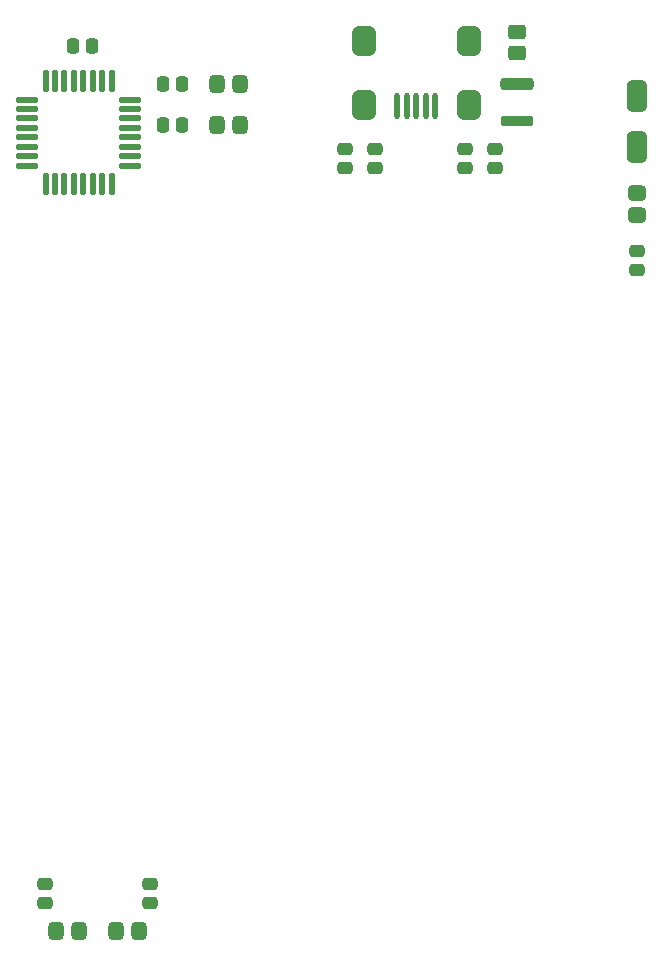
<source format=gtp>
%FSTAX43Y43*%
%MOMM*%
G71*
G01*
G75*
G04 Layer_Color=9634006*
G04:AMPARAMS|DCode=10|XSize=1.3mm|YSize=1mm|CornerRadius=0.25mm|HoleSize=0mm|Usage=FLASHONLY|Rotation=270.000|XOffset=0mm|YOffset=0mm|HoleType=Round|Shape=RoundedRectangle|*
%AMROUNDEDRECTD10*
21,1,1.300,0.500,0,0,270.0*
21,1,0.800,1.000,0,0,270.0*
1,1,0.500,-0.250,-0.400*
1,1,0.500,-0.250,0.400*
1,1,0.500,0.250,0.400*
1,1,0.500,0.250,-0.400*
%
%ADD10ROUNDEDRECTD10*%
G04:AMPARAMS|DCode=11|XSize=1.5mm|YSize=1.3mm|CornerRadius=0.325mm|HoleSize=0mm|Usage=FLASHONLY|Rotation=270.000|XOffset=0mm|YOffset=0mm|HoleType=Round|Shape=RoundedRectangle|*
%AMROUNDEDRECTD11*
21,1,1.500,0.650,0,0,270.0*
21,1,0.850,1.300,0,0,270.0*
1,1,0.650,-0.325,-0.425*
1,1,0.650,-0.325,0.425*
1,1,0.650,0.325,0.425*
1,1,0.650,0.325,-0.425*
%
%ADD11ROUNDEDRECTD11*%
G04:AMPARAMS|DCode=12|XSize=1.9mm|YSize=0.5mm|CornerRadius=0.125mm|HoleSize=0mm|Usage=FLASHONLY|Rotation=0.000|XOffset=0mm|YOffset=0mm|HoleType=Round|Shape=RoundedRectangle|*
%AMROUNDEDRECTD12*
21,1,1.900,0.250,0,0,0.0*
21,1,1.650,0.500,0,0,0.0*
1,1,0.250,0.825,-0.125*
1,1,0.250,-0.825,-0.125*
1,1,0.250,-0.825,0.125*
1,1,0.250,0.825,0.125*
%
%ADD12ROUNDEDRECTD12*%
G04:AMPARAMS|DCode=13|XSize=1.9mm|YSize=0.5mm|CornerRadius=0.125mm|HoleSize=0mm|Usage=FLASHONLY|Rotation=90.000|XOffset=0mm|YOffset=0mm|HoleType=Round|Shape=RoundedRectangle|*
%AMROUNDEDRECTD13*
21,1,1.900,0.250,0,0,90.0*
21,1,1.650,0.500,0,0,90.0*
1,1,0.250,0.125,0.825*
1,1,0.250,0.125,-0.825*
1,1,0.250,-0.125,-0.825*
1,1,0.250,-0.125,0.825*
%
%ADD13ROUNDEDRECTD13*%
G04:AMPARAMS|DCode=14|XSize=1.3mm|YSize=1mm|CornerRadius=0.25mm|HoleSize=0mm|Usage=FLASHONLY|Rotation=180.000|XOffset=0mm|YOffset=0mm|HoleType=Round|Shape=RoundedRectangle|*
%AMROUNDEDRECTD14*
21,1,1.300,0.500,0,0,180.0*
21,1,0.800,1.000,0,0,180.0*
1,1,0.500,-0.400,0.250*
1,1,0.500,0.400,0.250*
1,1,0.500,0.400,-0.250*
1,1,0.500,-0.400,-0.250*
%
%ADD14ROUNDEDRECTD14*%
G04:AMPARAMS|DCode=15|XSize=1.5mm|YSize=1.3mm|CornerRadius=0.325mm|HoleSize=0mm|Usage=FLASHONLY|Rotation=0.000|XOffset=0mm|YOffset=0mm|HoleType=Round|Shape=RoundedRectangle|*
%AMROUNDEDRECTD15*
21,1,1.500,0.650,0,0,0.0*
21,1,0.850,1.300,0,0,0.0*
1,1,0.650,0.425,-0.325*
1,1,0.650,-0.425,-0.325*
1,1,0.650,-0.425,0.325*
1,1,0.650,0.425,0.325*
%
%ADD15ROUNDEDRECTD15*%
G04:AMPARAMS|DCode=16|XSize=2.65mm|YSize=1.75mm|CornerRadius=0.438mm|HoleSize=0mm|Usage=FLASHONLY|Rotation=270.000|XOffset=0mm|YOffset=0mm|HoleType=Round|Shape=RoundedRectangle|*
%AMROUNDEDRECTD16*
21,1,2.650,0.875,0,0,270.0*
21,1,1.775,1.750,0,0,270.0*
1,1,0.875,-0.438,-0.887*
1,1,0.875,-0.438,0.887*
1,1,0.875,0.438,0.887*
1,1,0.875,0.438,-0.887*
%
%ADD16ROUNDEDRECTD16*%
G04:AMPARAMS|DCode=17|XSize=0.9mm|YSize=2.7mm|CornerRadius=0.225mm|HoleSize=0mm|Usage=FLASHONLY|Rotation=270.000|XOffset=0mm|YOffset=0mm|HoleType=Round|Shape=RoundedRectangle|*
%AMROUNDEDRECTD17*
21,1,0.900,2.250,0,0,270.0*
21,1,0.450,2.700,0,0,270.0*
1,1,0.450,-1.125,-0.225*
1,1,0.450,-1.125,0.225*
1,1,0.450,1.125,0.225*
1,1,0.450,1.125,-0.225*
%
%ADD17ROUNDEDRECTD17*%
G04:AMPARAMS|DCode=18|XSize=1mm|YSize=2.8mm|CornerRadius=0.25mm|HoleSize=0mm|Usage=FLASHONLY|Rotation=270.000|XOffset=0mm|YOffset=0mm|HoleType=Round|Shape=RoundedRectangle|*
%AMROUNDEDRECTD18*
21,1,1.000,2.300,0,0,270.0*
21,1,0.500,2.800,0,0,270.0*
1,1,0.500,-1.150,-0.250*
1,1,0.500,-1.150,0.250*
1,1,0.500,1.150,0.250*
1,1,0.500,1.150,-0.250*
%
%ADD18ROUNDEDRECTD18*%
G04:AMPARAMS|DCode=19|XSize=1.5mm|YSize=1.25mm|CornerRadius=0.313mm|HoleSize=0mm|Usage=FLASHONLY|Rotation=0.000|XOffset=0mm|YOffset=0mm|HoleType=Round|Shape=RoundedRectangle|*
%AMROUNDEDRECTD19*
21,1,1.500,0.625,0,0,0.0*
21,1,0.875,1.250,0,0,0.0*
1,1,0.625,0.438,-0.313*
1,1,0.625,-0.438,-0.313*
1,1,0.625,-0.438,0.313*
1,1,0.625,0.438,0.313*
%
%ADD19ROUNDEDRECTD19*%
%ADD20O,0.500X2.250*%
G04:AMPARAMS|DCode=21|XSize=2.5mm|YSize=2mm|CornerRadius=0.5mm|HoleSize=0mm|Usage=FLASHONLY|Rotation=90.000|XOffset=0mm|YOffset=0mm|HoleType=Round|Shape=RoundedRectangle|*
%AMROUNDEDRECTD21*
21,1,2.500,1.000,0,0,90.0*
21,1,1.500,2.000,0,0,90.0*
1,1,1.000,0.500,0.750*
1,1,1.000,0.500,-0.750*
1,1,1.000,-0.500,-0.750*
1,1,1.000,-0.500,0.750*
%
%ADD21ROUNDEDRECTD21*%
%ADD22C,0.500*%
%ADD23C,1.000*%
%ADD24C,0.300*%
%ADD25C,1.600*%
%ADD26C,1.300*%
%ADD27C,1.000*%
%ADD28C,1.100*%
%ADD29C,0.700*%
G04:AMPARAMS|DCode=30|XSize=0.9mm|YSize=0.8mm|CornerRadius=0.2mm|HoleSize=0mm|Usage=FLASHONLY|Rotation=180.000|XOffset=0mm|YOffset=0mm|HoleType=Round|Shape=RoundedRectangle|*
%AMROUNDEDRECTD30*
21,1,0.900,0.400,0,0,180.0*
21,1,0.500,0.800,0,0,180.0*
1,1,0.400,-0.250,0.200*
1,1,0.400,0.250,0.200*
1,1,0.400,0.250,-0.200*
1,1,0.400,-0.250,-0.200*
%
%ADD30ROUNDEDRECTD30*%
G04:AMPARAMS|DCode=31|XSize=1.5mm|YSize=1.25mm|CornerRadius=0.313mm|HoleSize=0mm|Usage=FLASHONLY|Rotation=270.000|XOffset=0mm|YOffset=0mm|HoleType=Round|Shape=RoundedRectangle|*
%AMROUNDEDRECTD31*
21,1,1.500,0.625,0,0,270.0*
21,1,0.875,1.250,0,0,270.0*
1,1,0.625,-0.313,-0.438*
1,1,0.625,-0.313,0.438*
1,1,0.625,0.313,0.438*
1,1,0.625,0.313,-0.438*
%
%ADD31ROUNDEDRECTD31*%
%ADD32C,0.178*%
%ADD33C,0.005*%
%ADD34C,0.250*%
%ADD35C,0.254*%
%ADD36C,0.400*%
D10*
X0042062Y0133985D02*
D03*
X0043662D02*
D03*
X0036042Y0140652D02*
D03*
X0034443D02*
D03*
X0042062Y0137477D02*
D03*
X0043662D02*
D03*
D11*
X0046675Y0133985D02*
D03*
X0048575D02*
D03*
X0034923Y0065723D02*
D03*
X0033022D02*
D03*
X0038103D02*
D03*
X0040002D02*
D03*
X0046675Y0137477D02*
D03*
X0048575D02*
D03*
D12*
X0039275Y013615D02*
D03*
Y013535D02*
D03*
Y013455D02*
D03*
Y013375D02*
D03*
Y013295D02*
D03*
Y013215D02*
D03*
Y013135D02*
D03*
Y013055D02*
D03*
X0030575Y013615D02*
D03*
Y013055D02*
D03*
Y013135D02*
D03*
Y013215D02*
D03*
Y013295D02*
D03*
Y013375D02*
D03*
Y013455D02*
D03*
Y013535D02*
D03*
D13*
X0032125Y01377D02*
D03*
X0032925D02*
D03*
X0033725D02*
D03*
X0034525D02*
D03*
X0035325D02*
D03*
X0036125D02*
D03*
X0036925D02*
D03*
X0037725D02*
D03*
Y0129D02*
D03*
X0036925D02*
D03*
X0036125D02*
D03*
X0035325D02*
D03*
X0034525D02*
D03*
X0033725D02*
D03*
X0032925D02*
D03*
X0032125D02*
D03*
D14*
X0067628Y0131928D02*
D03*
Y0130327D02*
D03*
X0070168Y0131928D02*
D03*
Y0130327D02*
D03*
X0060007Y0131928D02*
D03*
Y0130327D02*
D03*
X0057467Y0130327D02*
D03*
Y0131928D02*
D03*
X0082232Y0121755D02*
D03*
Y0123355D02*
D03*
X0032068Y0068098D02*
D03*
Y0069698D02*
D03*
X0040958Y0068098D02*
D03*
Y0069698D02*
D03*
D15*
X0082232Y0126368D02*
D03*
Y0128268D02*
D03*
D16*
Y0136452D02*
D03*
Y0132152D02*
D03*
D17*
X0072073Y013434D02*
D03*
D18*
Y013744D02*
D03*
D19*
Y0140095D02*
D03*
Y0141845D02*
D03*
D20*
X00619Y0135572D02*
D03*
X00627D02*
D03*
X00635D02*
D03*
X00643D02*
D03*
X00651D02*
D03*
D21*
X005905Y0135697D02*
D03*
Y0141148D02*
D03*
X006795Y0135697D02*
D03*
Y0141148D02*
D03*
M02*

</source>
